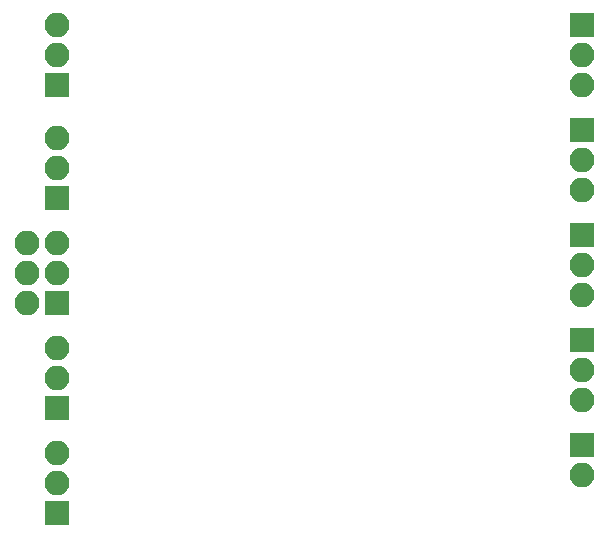
<source format=gbr>
G04 #@! TF.FileFunction,Soldermask,Bot*
%FSLAX46Y46*%
G04 Gerber Fmt 4.6, Leading zero omitted, Abs format (unit mm)*
G04 Created by KiCad (PCBNEW 4.0.7) date Monday, May 28, 2018 'PMt' 10:03:33 PM*
%MOMM*%
%LPD*%
G01*
G04 APERTURE LIST*
%ADD10C,0.100000*%
%ADD11R,2.100000X2.100000*%
%ADD12O,2.100000X2.100000*%
G04 APERTURE END LIST*
D10*
D11*
X260350000Y-53975000D03*
D12*
X260350000Y-56515000D03*
X260350000Y-59055000D03*
D11*
X215900000Y-86360000D03*
D12*
X215900000Y-83820000D03*
X215900000Y-81280000D03*
D11*
X215900000Y-68580000D03*
D12*
X215900000Y-66040000D03*
X215900000Y-63500000D03*
D11*
X215900000Y-77470000D03*
D12*
X213360000Y-77470000D03*
X215900000Y-74930000D03*
X213360000Y-74930000D03*
X215900000Y-72390000D03*
X213360000Y-72390000D03*
D11*
X260350000Y-62865000D03*
D12*
X260350000Y-65405000D03*
X260350000Y-67945000D03*
D11*
X260350000Y-71755000D03*
D12*
X260350000Y-74295000D03*
X260350000Y-76835000D03*
D11*
X260350000Y-80645000D03*
D12*
X260350000Y-83185000D03*
X260350000Y-85725000D03*
D11*
X215900000Y-59055000D03*
D12*
X215900000Y-56515000D03*
X215900000Y-53975000D03*
D11*
X215900000Y-95250000D03*
D12*
X215900000Y-92710000D03*
X215900000Y-90170000D03*
D11*
X260350000Y-89535000D03*
D12*
X260350000Y-92075000D03*
M02*

</source>
